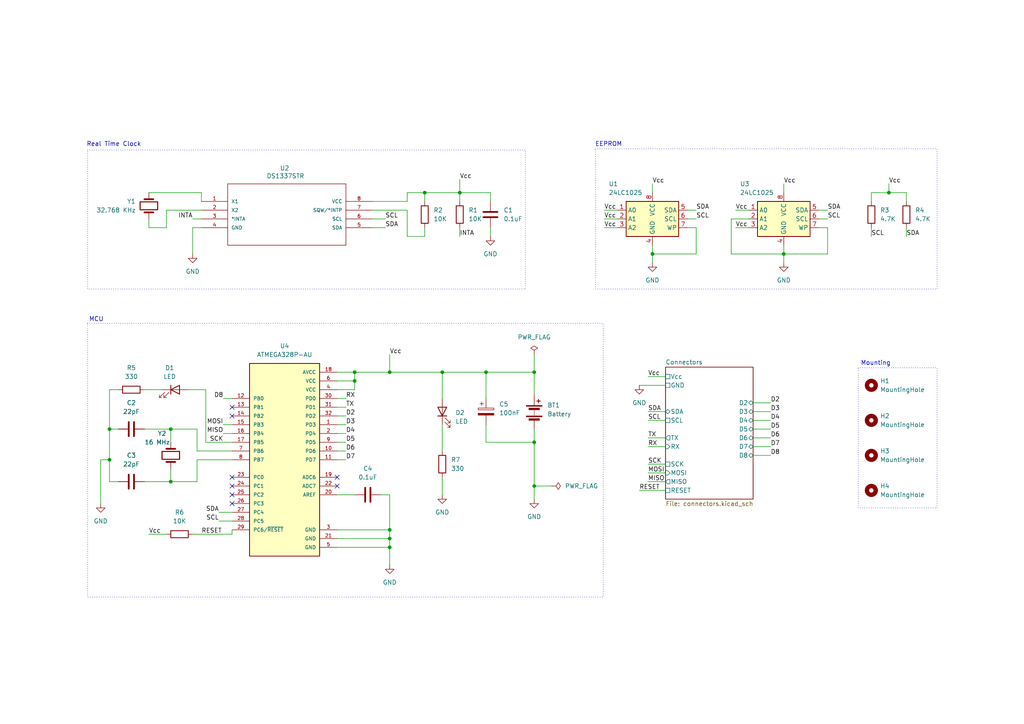
<source format=kicad_sch>
(kicad_sch (version 20250114) (generator "eeschema") (generator_version "9.0")
  (paper "A4")
  (title_block (title "${project_name}") (date "2025-08-28") (rev "1.0") (company "https://www.michellemaia.com"))
  (lib_symbols
    (symbol "ATMEGA328P-AU:ATMEGA328P-AU" (pin_names (offset 1.016))
      (property "Reference" "U4" (at 0 33.02 0))
      (property "Value" "ATMEGA328P-AU" (at 0 30.48 0))
      (symbol "ATMEGA328P-AU_0_0"
        (rectangle (start -10.16 -27.94) (end 10.16 27.94) (stroke (width 0.254)) (fill (type background)))
        (pin bidirectional line (at -15.24 17.78 0) (length 5.08) (name "PB0") (number "12"))
        (pin bidirectional line (at -15.24 15.24 0) (length 5.08) (name "PB1") (number "13"))
        (pin bidirectional line (at -15.24 12.7 0) (length 5.08) (name "PB2") (number "14"))
        (pin bidirectional line (at -15.24 10.16 0) (length 5.08) (name "PB3") (number "15"))
        (pin bidirectional line (at -15.24 7.62 0) (length 5.08) (name "PB4") (number "16"))
        (pin bidirectional line (at -15.24 5.08 0) (length 5.08) (name "PB5") (number "17"))
        (pin bidirectional line (at -15.24 2.54 0) (length 5.08) (name "PB6") (number "7"))
        (pin bidirectional line (at -15.24 0 0) (length 5.08) (name "PB7") (number "8"))
        (pin bidirectional line (at -15.24 -5.08 0) (length 5.08) (name "PC0") (number "23"))
        (pin bidirectional line (at -15.24 -7.62 0) (length 5.08) (name "PC1") (number "24"))
        (pin bidirectional line (at -15.24 -10.16 0) (length 5.08) (name "PC2") (number "25"))
        (pin bidirectional line (at -15.24 -12.7 0) (length 5.08) (name "PC3") (number "26"))
        (pin bidirectional line (at -15.24 -15.24 0) (length 5.08) (name "PC4") (number "27"))
        (pin bidirectional line (at -15.24 -17.78 0) (length 5.08) (name "PC5") (number "28"))
        (pin bidirectional line (at -15.24 -20.32 0) (length 5.08) (name "PC6/~{RESET}") (number "29"))
        (pin power_in line (at 15.24 25.4 180) (length 5.08) (name "AVCC") (number "18"))
        (pin power_in line (at 15.24 22.86 180) (length 5.08) (name "VCC") (number "6"))
        (pin power_in line (at 15.24 20.32 180) (length 5.08) (name "VCC") (number "4"))
        (pin bidirectional line (at 15.24 17.78 180) (length 5.08) (name "PD0") (number "30"))
        (pin bidirectional line (at 15.24 15.24 180) (length 5.08) (name "PD1") (number "31"))
        (pin bidirectional line (at 15.24 12.7 180) (length 5.08) (name "PD2") (number "32"))
        (pin bidirectional line (at 15.24 10.16 180) (length 5.08) (name "PD3") (number "1"))
        (pin bidirectional line (at 15.24 7.62 180) (length 5.08) (name "PD4") (number "2"))
        (pin bidirectional line (at 15.24 5.08 180) (length 5.08) (name "PD5") (number "9"))
        (pin bidirectional line (at 15.24 2.54 180) (length 5.08) (name "PD6") (number "10"))
        (pin bidirectional line (at 15.24 0 180) (length 5.08) (name "PD7") (number "11"))
        (pin bidirectional line (at 15.24 -5.08 180) (length 5.08) (name "ADC6") (number "19"))
        (pin bidirectional line (at 15.24 -7.62 180) (length 5.08) (name "ADC7") (number "22"))
        (pin input line (at 15.24 -10.16 180) (length 5.08) (name "AREF") (number "20"))
        (pin power_in line (at 15.24 -20.32 180) (length 5.08) (name "GND") (number "3"))
        (pin power_in line (at 15.24 -22.86 180) (length 5.08) (name "GND") (number "21"))
        (pin power_in line (at 15.24 -25.4 180) (length 5.08) (name "GND") (number "5"))
      )
    )
    (symbol "DS1337STR:DS1337STR" (pin_names (offset 1.016))
      (property "Reference" "U2" (at 24.13 9.652 0))
      (property "Value" "DS1337STR" (at 24.384 7.366 0))
      (symbol "DS1337STR_0_0"
        (polyline (pts (xy 7.62 5.08) (xy 7.62 -12.7)) (stroke (width 0.1524)))
        (polyline (pts (xy 7.62 -12.7) (xy 41.91 -12.7)) (stroke (width 0.1524)))
        (polyline (pts (xy 41.91 5.08) (xy 7.62 5.08)) (stroke (width 0.1524)))
        (polyline (pts (xy 41.91 -12.7) (xy 41.91 5.08)) (stroke (width 0.1524)))
        (pin passive line (at 0 0 0) (length 7.62) (name "X1") (number "1"))
        (pin passive line (at 0 -2.54 0) (length 7.62) (name "X2") (number "2"))
        (pin passive line (at 0 -5.08 0) (length 7.62) (name "*INTA") (number "3"))
        (pin power_in line (at 0 -7.62 0) (length 7.62) (name "GND") (number "4"))
        (pin power_in line (at 49.53 0 180) (length 7.62) (name "VCC") (number "8"))
        (pin passive line (at 49.53 -2.54 180) (length 7.62) (name "SQW/*INTP") (number "7"))
        (pin passive line (at 49.53 -5.08 180) (length 7.62) (name "SCL") (number "6"))
        (pin passive line (at 49.53 -7.62 180) (length 7.62) (name "SDA") (number "5"))
      )
    )
    (symbol "Device:Battery" (pin_numbers (hide yes)) (pin_names (offset 0) (hide yes))
      (property "Reference" "BT" (at 2.54 2.54 0))
      (property "Value" "Battery" (at 2.54 0 0))
      (symbol "Battery_0_1"
        (rectangle (start -2.286 1.778) (end 2.286 1.524) (fill (type outline)))
        (rectangle (start -2.286 -1.27) (end 2.286 -1.524) (fill (type outline)))
        (rectangle (start -1.524 1.016) (end 1.524 0.508) (fill (type outline)))
        (rectangle (start -1.524 -2.032) (end 1.524 -2.54) (fill (type outline)))
        (polyline (pts (xy 0 1.778) (xy 0 2.54)))
        (polyline (pts (xy 0 0) (xy 0 0.254)))
        (polyline (pts (xy 0 -0.508) (xy 0 -0.254)))
        (polyline (pts (xy 0 -1.016) (xy 0 -0.762)))
        (polyline (pts (xy 0.762 3.048) (xy 1.778 3.048)) (stroke (width 0.254)))
        (polyline (pts (xy 1.27 3.556) (xy 1.27 2.54)) (stroke (width 0.254)))
      )
      (symbol "Battery_1_1"
        (pin passive line (at 0 5.08 270) (length 2.54) (name "+") (number "1"))
        (pin passive line (at 0 -5.08 90) (length 2.54) (name "-") (number "2"))
      )
    )
    (symbol "Device:C" (pin_numbers (hide yes)) (pin_names (offset 0.254))
      (property "Reference" "C" (at 0.635 2.54 0))
      (property "Value" "C" (at 0.635 -2.54 0))
      (symbol "C_0_1"
        (polyline (pts (xy -2.032 0.762) (xy 2.032 0.762)) (stroke (width 0.508)))
        (polyline (pts (xy -2.032 -0.762) (xy 2.032 -0.762)) (stroke (width 0.508)))
      )
      (symbol "C_1_1"
        (pin passive line (at 0 3.81 270) (length 2.794) (name "~") (number "1"))
        (pin passive line (at 0 -3.81 90) (length 2.794) (name "~") (number "2"))
      )
    )
    (symbol "Device:C_Polarized" (pin_numbers (hide yes)) (pin_names (offset 0.254))
      (property "Reference" "C" (at 0.635 2.54 0))
      (property "Value" "C_Polarized" (at 0.635 -2.54 0))
      (symbol "C_Polarized_0_1"
        (rectangle (start -2.286 0.508) (end 2.286 1.016))
        (polyline (pts (xy -1.778 2.286) (xy -0.762 2.286)))
        (polyline (pts (xy -1.27 2.794) (xy -1.27 1.778)))
        (rectangle (start 2.286 -0.508) (end -2.286 -1.016) (fill (type outline)))
      )
      (symbol "C_Polarized_1_1"
        (pin passive line (at 0 3.81 270) (length 2.794) (name "~") (number "1"))
        (pin passive line (at 0 -3.81 90) (length 2.794) (name "~") (number "2"))
      )
    )
    (symbol "Device:Crystal" (pin_numbers (hide yes)) (pin_names (offset 1.016) (hide yes))
      (property "Reference" "Y" (at 0 3.81 0))
      (property "Value" "Crystal" (at 0 -3.81 0))
      (symbol "Crystal_0_1"
        (polyline (pts (xy -2.54 0) (xy -1.905 0)))
        (polyline (pts (xy -1.905 -1.27) (xy -1.905 1.27)) (stroke (width 0.508)))
        (rectangle (start -1.143 2.54) (end 1.143 -2.54) (stroke (width 0.3048)))
        (polyline (pts (xy 1.905 -1.27) (xy 1.905 1.27)) (stroke (width 0.508)))
        (polyline (pts (xy 2.54 0) (xy 1.905 0)))
      )
      (symbol "Crystal_1_1"
        (pin passive line (at -3.81 0 0) (length 1.27) (name "1") (number "1"))
        (pin passive line (at 3.81 0 180) (length 1.27) (name "2") (number "2"))
      )
    )
    (symbol "Device:LED" (pin_numbers (hide yes)) (pin_names (offset 1.016) (hide yes))
      (property "Reference" "D" (at 0 2.54 0))
      (property "Value" "LED" (at 0 -2.54 0))
      (symbol "LED_0_1"
        (polyline (pts (xy -3.048 -0.762) (xy -4.572 -2.286) (xy -3.81 -2.286) (xy -4.572 -2.286) (xy -4.572 -1.524)))
        (polyline (pts (xy -1.778 -0.762) (xy -3.302 -2.286) (xy -2.54 -2.286) (xy -3.302 -2.286) (xy -3.302 -1.524)))
        (polyline (pts (xy -1.27 0) (xy 1.27 0)))
        (polyline (pts (xy -1.27 -1.27) (xy -1.27 1.27)) (stroke (width 0.254)))
        (polyline (pts (xy 1.27 -1.27) (xy 1.27 1.27) (xy -1.27 0) (xy 1.27 -1.27)) (stroke (width 0.254)))
      )
      (symbol "LED_1_1"
        (pin passive line (at -3.81 0 0) (length 2.54) (name "K") (number "1"))
        (pin passive line (at 3.81 0 180) (length 2.54) (name "A") (number "2"))
      )
    )
    (symbol "Device:R" (pin_numbers (hide yes)) (pin_names (offset 0))
      (property "Reference" "R" (at 2.032 0 90))
      (property "Value" "R" (at 0 0 90))
      (symbol "R_0_1"
        (rectangle (start -1.016 -2.54) (end 1.016 2.54) (stroke (width 0.254)))
      )
      (symbol "R_1_1"
        (pin passive line (at 0 3.81 270) (length 1.27) (name "~") (number "1"))
        (pin passive line (at 0 -3.81 90) (length 1.27) (name "~") (number "2"))
      )
    )
    (symbol "Mechanical:MountingHole" (pin_names (offset 1.016)) (in_bom no)
      (property "Reference" "H" (at 0 5.08 0))
      (property "Value" "MountingHole" (at 0 3.175 0))
      (symbol "MountingHole_0_1"
        (circle (center 0 0) (radius 1.27) (stroke (width 1.27)))
      )
    )
    (symbol "Memory_EEPROM:24LC1025"
      (property "Reference" "U" (at -6.35 6.35 0))
      (property "Value" "24LC1025" (at 1.27 6.35 0))
      (symbol "24LC1025_1_1"
        (rectangle (start -7.62 5.08) (end 7.62 -5.08) (stroke (width 0.254)) (fill (type background)))
        (pin input line (at -10.16 2.54 0) (length 2.54) (name "A0") (number "1"))
        (pin input line (at -10.16 0 0) (length 2.54) (name "A1") (number "2"))
        (pin input line (at -10.16 -2.54 0) (length 2.54) (name "A2") (number "3"))
        (pin power_in line (at 0 7.62 270) (length 2.54) (name "VCC") (number "8"))
        (pin power_in line (at 0 -7.62 90) (length 2.54) (name "GND") (number "4"))
        (pin bidirectional line (at 10.16 2.54 180) (length 2.54) (name "SDA") (number "5"))
        (pin input line (at 10.16 0 180) (length 2.54) (name "SCL") (number "6"))
        (pin input line (at 10.16 -2.54 180) (length 2.54) (name "WP") (number "7"))
      )
    )
    (symbol "power:GND" (power) (pin_numbers (hide yes)) (pin_names (offset 0) (hide yes))
      (property "Value" "GND" (at 0 -3.81 0))
      (symbol "GND_0_1"
        (polyline (pts (xy 0 0) (xy 0 -1.27) (xy 1.27 -1.27) (xy 0 -2.54) (xy -1.27 -1.27) (xy 0 -1.27)))
      )
      (symbol "GND_1_1"
        (pin power_in line (at 0 0 270) (length 0) (name "~") (number "1"))
      )
    )
    (symbol "power:PWR_FLAG" (power) (pin_numbers (hide yes)) (pin_names (offset 0) (hide yes))
      (property "Value" "PWR_FLAG" (at 0 3.81 0))
      (symbol "PWR_FLAG_0_0"
        (pin power_out line (at 0 0 90) (length 0) (name "~") (number "1"))
      )
      (symbol "PWR_FLAG_0_1"
        (polyline (pts (xy 0 0) (xy 0 1.27) (xy -1.016 1.905) (xy 0 2.54) (xy 1.016 1.905) (xy 0 1.27)))
      )
    )
  )
  (rectangle (start 248.92 106.68) (end 271.78 147.32) (stroke (width 0) (type dot)))
  (rectangle (start 172.7199 43.18) (end 271.78 83.82) (stroke (width 0) (type dot)))
  (rectangle (start 25.4 93.7895) (end 174.9425 173.1645) (stroke (width 0) (type dot)))
  (rectangle (start 25.4 43.4975) (end 152.4 83.82) (stroke (width 0) (type dot)))
  (text "Real Time Clock" (at 33.02 41.91 0) (effects (font (size 1.27 1.27))))
  (text "Mounting" (at 254 105.41 0) (effects (font (size 1.27 1.27))))
  (text "EEPROM" (at 176.53 41.91 0) (effects (font (size 1.27 1.27))))
  (text "MCU" (at 27.94 92.71 0) (effects (font (size 1.27 1.27))))
  (junction (at 102.87 110.49))
  (junction (at 113.03 156.21))
  (junction (at 113.03 107.95))
  (junction (at 49.53 124.46))
  (junction (at 49.53 139.7))
  (junction (at 113.03 153.67))
  (junction (at 154.94 140.97))
  (junction (at 102.87 107.95))
  (junction (at 133.35 55.88))
  (junction (at 123.19 55.88))
  (junction (at 31.75 124.46))
  (junction (at 227.33 73.66))
  (junction (at 128.27 107.95))
  (junction (at 189.23 73.66))
  (junction (at 140.97 107.95))
  (junction (at 257.81 55.88))
  (junction (at 154.94 107.95))
  (junction (at 154.94 128.27))
  (junction (at 113.03 158.75))
  (junction (at 31.75 133.35))
  (no_connect (at 67.31 138.43))
  (no_connect (at 67.31 120.65))
  (no_connect (at 67.31 146.05))
  (no_connect (at 97.79 140.97))
  (no_connect (at 97.79 138.43))
  (no_connect (at 67.31 140.97))
  (no_connect (at 67.31 118.11))
  (no_connect (at 67.31 143.51))
  (wire (pts (xy 154.94 140.97) (xy 160.02 140.97)))
  (wire (pts (xy 237.49 66.04) (xy 240.03 66.04)))
  (wire (pts (xy 187.96 139.7) (xy 193.04 139.7)))
  (wire (pts (xy 63.5 151.13) (xy 67.31 151.13)))
  (wire (pts (xy 59.69 128.27) (xy 59.69 113.03)))
  (wire (pts (xy 63.5 148.59) (xy 67.31 148.59)))
  (wire (pts (xy 64.77 123.19) (xy 67.31 123.19)))
  (wire (pts (xy 237.49 60.96) (xy 240.03 60.96)))
  (wire (pts (xy 31.75 133.35) (xy 31.75 139.7)))
  (wire (pts (xy 199.39 66.04) (xy 201.93 66.04)))
  (wire (pts (xy 102.87 107.95) (xy 102.87 110.49)))
  (wire (pts (xy 133.35 55.88) (xy 133.35 58.42)))
  (wire (pts (xy 213.36 60.96) (xy 217.17 60.96)))
  (wire (pts (xy 240.03 66.04) (xy 240.03 73.66)))
  (wire (pts (xy 218.44 127) (xy 223.52 127)))
  (wire (pts (xy 49.53 124.46) (xy 49.53 128.27)))
  (wire (pts (xy 240.03 73.66) (xy 227.33 73.66)))
  (wire (pts (xy 199.39 63.5) (xy 201.93 63.5)))
  (wire (pts (xy 187.96 121.92) (xy 193.04 121.92)))
  (wire (pts (xy 187.96 109.22) (xy 193.04 109.22)))
  (wire (pts (xy 97.79 113.03) (xy 102.87 113.03)))
  (wire (pts (xy 187.96 137.16) (xy 193.04 137.16)))
  (wire (pts (xy 218.44 129.54) (xy 223.52 129.54)))
  (wire (pts (xy 212.09 73.66) (xy 227.33 73.66)))
  (wire (pts (xy 97.79 158.75) (xy 113.03 158.75)))
  (wire (pts (xy 201.93 73.66) (xy 189.23 73.66)))
  (wire (pts (xy 185.42 142.24) (xy 193.04 142.24)))
  (wire (pts (xy 175.26 63.5) (xy 179.07 63.5)))
  (wire (pts (xy 43.18 154.94) (xy 48.26 154.94)))
  (wire (pts (xy 217.17 63.5) (xy 212.09 63.5)))
  (wire (pts (xy 34.29 113.03) (xy 31.75 113.03)))
  (wire (pts (xy 154.94 124.46) (xy 154.94 128.27)))
  (wire (pts (xy 252.73 58.42) (xy 252.73 55.88)))
  (wire (pts (xy 257.81 55.88) (xy 257.81 53.34)))
  (wire (pts (xy 31.75 113.03) (xy 31.75 124.46)))
  (wire (pts (xy 97.79 107.95) (xy 102.87 107.95)))
  (wire (pts (xy 128.27 138.43) (xy 128.27 143.51)))
  (wire (pts (xy 113.03 156.21) (xy 113.03 158.75)))
  (wire (pts (xy 107.95 66.04) (xy 111.76 66.04)))
  (wire (pts (xy 29.21 146.05) (xy 29.21 133.35)))
  (wire (pts (xy 212.09 63.5) (xy 212.09 73.66)))
  (wire (pts (xy 57.15 139.7) (xy 49.53 139.7)))
  (wire (pts (xy 34.29 124.46) (xy 31.75 124.46)))
  (wire (pts (xy 58.42 66.04) (xy 55.88 66.04)))
  (wire (pts (xy 97.79 153.67) (xy 113.03 153.67)))
  (wire (pts (xy 189.23 73.66) (xy 189.23 76.2)))
  (wire (pts (xy 118.11 68.58) (xy 123.19 68.58)))
  (wire (pts (xy 123.19 55.88) (xy 133.35 55.88)))
  (wire (pts (xy 97.79 123.19) (xy 100.33 123.19)))
  (wire (pts (xy 199.39 60.96) (xy 201.93 60.96)))
  (wire (pts (xy 59.69 113.03) (xy 54.61 113.03)))
  (wire (pts (xy 102.87 107.95) (xy 113.03 107.95)))
  (wire (pts (xy 64.77 115.57) (xy 67.31 115.57)))
  (wire (pts (xy 49.53 124.46) (xy 57.15 124.46)))
  (wire (pts (xy 123.19 68.58) (xy 123.19 66.04)))
  (wire (pts (xy 58.42 60.96) (xy 48.26 60.96)))
  (wire (pts (xy 193.04 119.38) (xy 187.96 119.38)))
  (wire (pts (xy 218.44 121.92) (xy 223.52 121.92)))
  (wire (pts (xy 107.95 63.5) (xy 111.76 63.5)))
  (wire (pts (xy 189.23 53.34) (xy 189.23 55.88)))
  (wire (pts (xy 154.94 114.3) (xy 154.94 107.95)))
  (wire (pts (xy 97.79 128.27) (xy 100.33 128.27)))
  (wire (pts (xy 67.31 153.67) (xy 67.31 154.94)))
  (wire (pts (xy 227.33 71.12) (xy 227.33 73.66)))
  (wire (pts (xy 107.95 58.42) (xy 118.11 58.42)))
  (wire (pts (xy 154.94 102.87) (xy 154.94 107.95)))
  (wire (pts (xy 262.89 55.88) (xy 257.81 55.88)))
  (wire (pts (xy 57.15 130.81) (xy 67.31 130.81)))
  (wire (pts (xy 57.15 124.46) (xy 57.15 130.81)))
  (wire (pts (xy 31.75 139.7) (xy 34.29 139.7)))
  (wire (pts (xy 175.26 60.96) (xy 179.07 60.96)))
  (wire (pts (xy 140.97 107.95) (xy 154.94 107.95)))
  (wire (pts (xy 97.79 118.11) (xy 100.33 118.11)))
  (wire (pts (xy 140.97 123.19) (xy 140.97 128.27)))
  (wire (pts (xy 128.27 107.95) (xy 140.97 107.95)))
  (wire (pts (xy 189.23 71.12) (xy 189.23 73.66)))
  (wire (pts (xy 97.79 110.49) (xy 102.87 110.49)))
  (wire (pts (xy 97.79 133.35) (xy 100.33 133.35)))
  (wire (pts (xy 97.79 130.81) (xy 100.33 130.81)))
  (wire (pts (xy 55.88 154.94) (xy 67.31 154.94)))
  (wire (pts (xy 118.11 55.88) (xy 123.19 55.88)))
  (wire (pts (xy 97.79 125.73) (xy 100.33 125.73)))
  (wire (pts (xy 262.89 58.42) (xy 262.89 55.88)))
  (wire (pts (xy 67.31 128.27) (xy 59.69 128.27)))
  (wire (pts (xy 97.79 143.51) (xy 102.87 143.51)))
  (wire (pts (xy 218.44 132.08) (xy 223.52 132.08)))
  (wire (pts (xy 218.44 124.46) (xy 223.52 124.46)))
  (wire (pts (xy 110.49 143.51) (xy 113.03 143.51)))
  (wire (pts (xy 123.19 58.42) (xy 123.19 55.88)))
  (wire (pts (xy 41.91 124.46) (xy 49.53 124.46)))
  (wire (pts (xy 58.42 55.88) (xy 58.42 58.42)))
  (wire (pts (xy 67.31 133.35) (xy 57.15 133.35)))
  (wire (pts (xy 29.21 133.35) (xy 31.75 133.35)))
  (wire (pts (xy 252.73 55.88) (xy 257.81 55.88)))
  (wire (pts (xy 133.35 52.07) (xy 133.35 55.88)))
  (wire (pts (xy 185.42 111.76) (xy 193.04 111.76)))
  (wire (pts (xy 64.77 125.73) (xy 67.31 125.73)))
  (wire (pts (xy 252.73 66.04) (xy 252.73 68.58)))
  (wire (pts (xy 193.04 129.54) (xy 187.96 129.54)))
  (wire (pts (xy 227.33 53.34) (xy 227.33 55.88)))
  (wire (pts (xy 97.79 115.57) (xy 100.33 115.57)))
  (wire (pts (xy 49.53 139.7) (xy 41.91 139.7)))
  (wire (pts (xy 113.03 153.67) (xy 113.03 156.21)))
  (wire (pts (xy 49.53 135.89) (xy 49.53 139.7)))
  (wire (pts (xy 113.03 107.95) (xy 128.27 107.95)))
  (wire (pts (xy 118.11 58.42) (xy 118.11 55.88)))
  (wire (pts (xy 113.03 158.75) (xy 113.03 163.83)))
  (wire (pts (xy 154.94 128.27) (xy 154.94 140.97)))
  (wire (pts (xy 55.88 63.5) (xy 58.42 63.5)))
  (wire (pts (xy 175.26 66.04) (xy 179.07 66.04)))
  (wire (pts (xy 142.24 66.04) (xy 142.24 68.58)))
  (wire (pts (xy 140.97 115.57) (xy 140.97 107.95)))
  (wire (pts (xy 140.97 128.27) (xy 154.94 128.27)))
  (wire (pts (xy 43.18 63.5) (xy 43.18 66.04)))
  (wire (pts (xy 201.93 66.04) (xy 201.93 73.66)))
  (wire (pts (xy 227.33 73.66) (xy 227.33 76.2)))
  (wire (pts (xy 97.79 156.21) (xy 113.03 156.21)))
  (wire (pts (xy 187.96 134.62) (xy 193.04 134.62)))
  (wire (pts (xy 48.26 60.96) (xy 48.26 66.04)))
  (wire (pts (xy 213.36 66.04) (xy 217.17 66.04)))
  (wire (pts (xy 48.26 66.04) (xy 43.18 66.04)))
  (wire (pts (xy 57.15 133.35) (xy 57.15 139.7)))
  (wire (pts (xy 154.94 140.97) (xy 154.94 144.78)))
  (wire (pts (xy 128.27 123.19) (xy 128.27 130.81)))
  (wire (pts (xy 133.35 66.04) (xy 133.35 68.58)))
  (wire (pts (xy 218.44 116.84) (xy 223.52 116.84)))
  (wire (pts (xy 187.96 127) (xy 193.04 127)))
  (wire (pts (xy 43.18 55.88) (xy 58.42 55.88)))
  (wire (pts (xy 218.44 119.38) (xy 223.52 119.38)))
  (wire (pts (xy 107.95 60.96) (xy 118.11 60.96)))
  (wire (pts (xy 31.75 124.46) (xy 31.75 133.35)))
  (wire (pts (xy 128.27 115.57) (xy 128.27 107.95)))
  (wire (pts (xy 142.24 58.42) (xy 142.24 55.88)))
  (wire (pts (xy 262.89 66.04) (xy 262.89 68.58)))
  (wire (pts (xy 102.87 110.49) (xy 102.87 113.03)))
  (wire (pts (xy 97.79 120.65) (xy 100.33 120.65)))
  (wire (pts (xy 142.24 55.88) (xy 133.35 55.88)))
  (wire (pts (xy 113.03 102.87) (xy 113.03 107.95)))
  (wire (pts (xy 237.49 63.5) (xy 240.03 63.5)))
  (wire (pts (xy 113.03 143.51) (xy 113.03 153.67)))
  (wire (pts (xy 118.11 60.96) (xy 118.11 68.58)))
  (wire (pts (xy 41.91 113.03) (xy 46.99 113.03)))
  (wire (pts (xy 55.88 66.04) (xy 55.88 73.66)))
  (label "Vcc" (at 175.26 60.96 0))
  (label "SCK" (at 187.96 134.62 0))
  (label "D7" (at 100.33 133.35 0))
  (label "Vcc" (at 189.23 53.34 0))
  (label "SCL" (at 187.96 121.92 0))
  (label "INTA" (at 55.88 63.5 180))
  (label "Vcc" (at 213.36 66.04 0))
  (label "SCL" (at 201.93 63.5 0))
  (label "RESET" (at 185.42 142.24 0))
  (label "D4" (at 100.33 125.73 0))
  (label "SCL" (at 111.76 63.5 0))
  (label "RX" (at 100.33 115.57 0))
  (label "D8" (at 223.52 132.08 0))
  (label "RESET" (at 58.42 154.94 0))
  (label "SDA" (at 63.5 148.59 180))
  (label "D5" (at 100.33 128.27 0))
  (label "Vcc" (at 227.33 53.34 0))
  (label "Vcc" (at 175.26 66.04 0))
  (label "Vcc" (at 257.81 53.34 0))
  (label "Vcc" (at 113.03 102.87 0))
  (label "MISO" (at 64.77 125.73 180))
  (label "D5" (at 223.52 124.46 0))
  (label "D7" (at 223.52 129.54 0))
  (label "SCL" (at 252.73 68.58 0))
  (label "D2" (at 100.33 120.65 0))
  (label "D8" (at 64.77 115.57 180))
  (label "INTA" (at 133.35 68.58 0))
  (label "D2" (at 223.52 116.84 0))
  (label "SDA" (at 240.03 60.96 0))
  (label "SCK" (at 64.77 128.27 180))
  (label "MISO" (at 187.96 139.7 0))
  (label "SDA" (at 262.89 68.58 0))
  (label "MOSI" (at 187.96 137.16 0))
  (label "Vcc" (at 213.36 60.96 0))
  (label "MOSI" (at 64.77 123.19 180))
  (label "D6" (at 100.33 130.81 0))
  (label "TX" (at 100.33 118.11 0))
  (label "D3" (at 100.33 123.19 0))
  (label "TX" (at 187.96 127 0))
  (label "Vcc" (at 187.96 109.22 0))
  (label "D4" (at 223.52 121.92 0))
  (label "SDA" (at 201.93 60.96 0))
  (label "Vcc" (at 133.35 52.07 0))
  (label "SCL" (at 240.03 63.5 0))
  (label "RX" (at 187.96 129.54 0))
  (label "SDA" (at 111.76 66.04 0))
  (label "SCL" (at 63.5 151.13 180))
  (label "D6" (at 223.52 127 0))
  (label "Vcc" (at 43.18 154.94 0))
  (label "Vcc" (at 175.26 63.5 0))
  (label "D3" (at 223.52 119.38 0))
  (label "SDA" (at 187.96 119.38 0))
  (symbol (lib_id "Device:R") (at 252.73 62.23 0) (unit 1)
    (property "Reference" "R3" (at 255.27 60.9599 0) (effects (justify left)))
    (property "Value" "4.7K" (at 255.27 63.4999 0) (effects (justify left)))
    (property "Footprint" "Resistor_SMD:R_0805_2012Metric" (effects (hide yes)))
    (property "Description" "Resistor" (effects (hide yes)))
  )
  (symbol (lib_id "Device:LED") (at 50.8 113.03 0) (unit 1)
    (property "Reference" "D1" (at 49.2125 106.68 0))
    (property "Value" "LED" (at 49.2125 109.22 0))
    (property "Footprint" "LED_SMD:LED_0805_2012Metric" (effects (hide yes)))
    (property "Description" "Light emitting diode" (effects (hide yes)))
    (property "Sim.Pins" "1=K 2=A" (effects (hide yes)))
  )
  (symbol (lib_id "Device:R") (at 133.35 62.23 0) (unit 1)
    (property "Reference" "R1" (at 135.89 60.9599 0) (effects (justify left)))
    (property "Value" "10K" (at 135.89 63.4999 0) (effects (justify left)))
    (property "Footprint" "Resistor_SMD:R_0805_2012Metric" (effects (hide yes)))
    (property "Description" "Resistor" (effects (hide yes)))
  )
  (symbol (lib_id "Device:C") (at 38.1 139.7 90) (unit 1)
    (property "Reference" "C3" (at 38.1 132.08 90))
    (property "Value" "22pF" (at 38.1 134.62 90))
    (property "Footprint" "Capacitor_SMD:C_0805_2012Metric" (effects (hide yes)))
    (property "Description" "Unpolarized capacitor" (effects (hide yes)))
  )
  (symbol (lib_id "Device:R") (at 123.19 62.23 0) (unit 1)
    (property "Reference" "R2" (at 125.73 60.9599 0) (effects (justify left)))
    (property "Value" "10K" (at 125.73 63.4999 0) (effects (justify left)))
    (property "Footprint" "Resistor_SMD:R_0805_2012Metric" (effects (hide yes)))
    (property "Description" "Resistor" (effects (hide yes)))
  )
  (symbol (lib_id "Device:C") (at 142.24 62.23 0) (unit 1)
    (property "Reference" "C1" (at 146.05 60.9599 0) (effects (justify left)))
    (property "Value" "0.1uF" (at 146.05 63.4999 0) (effects (justify left)))
    (property "Footprint" "Capacitor_SMD:C_0805_2012Metric" (effects (hide yes)))
    (property "Description" "Unpolarized capacitor" (effects (hide yes)))
  )
  (symbol (lib_id "Mechanical:MountingHole") (at 252.73 111.76 0) (unit 1)
    (property "Reference" "H1" (at 255.27 110.4899 0) (effects (justify left)))
    (property "Value" "MountingHole" (at 255.27 113.0299 0) (effects (justify left)))
    (property "Footprint" "MountingHole:MountingHole_2.1mm" (effects (hide yes)))
    (property "Description" "Mounting Hole without connection" (effects (hide yes)))
  )
  (symbol (lib_id "Memory_EEPROM:24LC1025") (at 227.33 63.5 0) (unit 1)
    (property "Reference" "U3" (at 214.63 53.34 0) (effects (justify left)))
    (property "Value" "24LC1025" (at 214.63 55.88 0) (effects (justify left)))
    (property "Footprint" "digikey-footprints:SOIC-8_W5.3mm" (effects (hide yes)))
    (property "Datasheet" "http://ww1.microchip.com/downloads/en/DeviceDoc/21941B.pdf" (effects (hide yes)))
    (property "Description" "I2C Serial EEPROM, 1024Kb, DIP-8/SOIC-8/TSSOP-8/DFN-8" (effects (hide yes)))
  )
  (symbol (lib_id "Device:Battery") (at 154.94 119.38 0) (unit 1)
    (property "Reference" "BT1" (at 158.75 117.5384 0) (effects (justify left)))
    (property "Value" "Battery" (at 158.75 120.0784 0) (effects (justify left)))
    (property "Footprint" "Connector_PinHeader_2.54mm:PinHeader_1x02_P2.54mm_Vertical" (effects (hide yes)))
    (property "Description" "Multiple-cell battery" (effects (hide yes)))
  )
  (symbol (lib_id "Device:C") (at 106.68 143.51 90) (unit 1)
    (property "Reference" "C4" (at 106.68 135.89 90))
    (property "Value" "0.1uF" (at 106.68 138.43 90))
    (property "Footprint" "Capacitor_SMD:C_0805_2012Metric" (effects (hide yes)))
    (property "Description" "Unpolarized capacitor" (effects (hide yes)))
  )
  (symbol (lib_id "power:GND") (at 128.27 143.51 0) (unit 1)
    (property "Reference" "#PWR07" (effects (hide yes)))
    (property "Value" "GND" (at 128.27 148.59 0))
    (property "Description" "Power symbol creates a global label with name \"GND\" , ground" (effects (hide yes)))
  )
  (symbol (lib_id "Memory_EEPROM:24LC1025") (at 189.23 63.5 0) (unit 1)
    (property "Reference" "U1" (at 176.53 53.34 0) (effects (justify left)))
    (property "Value" "24LC1025" (at 176.53 55.88 0) (effects (justify left)))
    (property "Footprint" "digikey-footprints:SOIC-8_W5.3mm" (effects (hide yes)))
    (property "Datasheet" "http://ww1.microchip.com/downloads/en/DeviceDoc/21941B.pdf" (effects (hide yes)))
    (property "Description" "I2C Serial EEPROM, 1024Kb, DIP-8/SOIC-8/TSSOP-8/DFN-8" (effects (hide yes)))
  )
  (symbol (lib_id "Device:R") (at 262.89 62.23 0) (unit 1)
    (property "Reference" "R4" (at 265.43 60.9599 0) (effects (justify left)))
    (property "Value" "4.7K" (at 265.43 63.4999 0) (effects (justify left)))
    (property "Footprint" "Resistor_SMD:R_0805_2012Metric" (effects (hide yes)))
    (property "Description" "Resistor" (effects (hide yes)))
  )
  (symbol (lib_id "power:GND") (at 185.42 111.76 0) (unit 1)
    (property "Reference" "#PWR09" (effects (hide yes)))
    (property "Value" "GND" (at 185.42 116.84 0))
    (property "Description" "Power symbol creates a global label with name \"GND\" , ground" (effects (hide yes)))
  )
  (symbol (lib_id "power:GND") (at 55.88 73.66 0) (unit 1)
    (property "Reference" "#PWR01" (effects (hide yes)))
    (property "Value" "GND" (at 55.88 78.74 0))
    (property "Description" "Power symbol creates a global label with name \"GND\" , ground" (effects (hide yes)))
  )
  (symbol (lib_id "Device:C_Polarized") (at 140.97 119.38 0) (unit 1)
    (property "Reference" "C5" (at 144.78 117.2209 0) (effects (justify left)))
    (property "Value" "100nF" (at 144.78 119.7609 0) (effects (justify left)))
    (property "Footprint" "Capacitor_SMD:C_0805_2012Metric" (effects (hide yes)))
    (property "Description" "Polarized capacitor" (effects (hide yes)))
  )
  (symbol (lib_id "Device:Crystal") (at 43.18 59.69 90) (unit 1)
    (property "Reference" "Y1" (at 36.83 58.42 90) (effects (justify right)))
    (property "Value" "32.768 KHz" (at 27.94 60.96 90) (effects (justify right)))
    (property "Footprint" "Crystal:Crystal_SMD_5032-2Pin_5.0x3.2mm_HandSoldering" (effects (hide yes)))
    (property "Description" "Two pin crystal" (effects (hide yes)))
  )
  (symbol (lib_id "Device:R") (at 128.27 134.62 0) (unit 1)
    (property "Reference" "R7" (at 130.81 133.3499 0) (effects (justify left)))
    (property "Value" "330" (at 130.81 135.8899 0) (effects (justify left)))
    (property "Footprint" "Resistor_SMD:R_0805_2012Metric" (effects (hide yes)))
    (property "Description" "Resistor" (effects (hide yes)))
  )
  (symbol (lib_id "power:GND") (at 29.21 146.05 0) (unit 1)
    (property "Reference" "#PWR06" (effects (hide yes)))
    (property "Value" "GND" (at 29.21 151.13 0))
    (property "Description" "Power symbol creates a global label with name \"GND\" , ground" (effects (hide yes)))
  )
  (symbol (lib_id "Mechanical:MountingHole") (at 252.73 142.24 0) (unit 1)
    (property "Reference" "H4" (at 255.27 140.9699 0) (effects (justify left)))
    (property "Value" "MountingHole" (at 255.27 143.5099 0) (effects (justify left)))
    (property "Footprint" "MountingHole:MountingHole_2.1mm" (effects (hide yes)))
    (property "Description" "Mounting Hole without connection" (effects (hide yes)))
  )
  (symbol (lib_id "Mechanical:MountingHole") (at 252.73 132.08 0) (unit 1)
    (property "Reference" "H3" (at 255.27 130.8099 0) (effects (justify left)))
    (property "Value" "MountingHole" (at 255.27 133.3499 0) (effects (justify left)))
    (property "Footprint" "MountingHole:MountingHole_2.1mm" (effects (hide yes)))
    (property "Description" "Mounting Hole without connection" (effects (hide yes)))
  )
  (symbol (lib_id "Device:LED") (at 128.27 119.38 90) (unit 1)
    (property "Reference" "D2" (at 132.08 119.6974 90) (effects (justify right)))
    (property "Value" "LED" (at 132.08 122.2374 90) (effects (justify right)))
    (property "Footprint" "LED_SMD:LED_0805_2012Metric" (effects (hide yes)))
    (property "Description" "Light emitting diode" (effects (hide yes)))
    (property "Sim.Pins" "1=K 2=A" (effects (hide yes)))
  )
  (symbol (lib_id "power:GND") (at 113.03 163.83 0) (unit 1)
    (property "Reference" "#PWR05" (effects (hide yes)))
    (property "Value" "GND" (at 113.03 168.91 0))
    (property "Description" "Power symbol creates a global label with name \"GND\" , ground" (effects (hide yes)))
  )
  (symbol (lib_id "power:GND") (at 154.94 144.78 0) (unit 1)
    (property "Reference" "#PWR08" (effects (hide yes)))
    (property "Value" "GND" (at 154.94 149.86 0))
    (property "Description" "Power symbol creates a global label with name \"GND\" , ground" (effects (hide yes)))
  )
  (symbol (lib_id "Device:R") (at 52.07 154.94 90) (unit 1)
    (property "Reference" "R6" (at 52.07 148.59 90))
    (property "Value" "10K" (at 52.07 151.13 90))
    (property "Footprint" "Resistor_SMD:R_0805_2012Metric" (effects (hide yes)))
    (property "Description" "Resistor" (effects (hide yes)))
  )
  (symbol (lib_id "Mechanical:MountingHole") (at 252.73 121.92 0) (unit 1)
    (property "Reference" "H2" (at 255.27 120.6499 0) (effects (justify left)))
    (property "Value" "MountingHole" (at 255.27 123.1899 0) (effects (justify left)))
    (property "Footprint" "MountingHole:MountingHole_2.1mm" (effects (hide yes)))
    (property "Description" "Mounting Hole without connection" (effects (hide yes)))
  )
  (symbol (lib_id "ATMEGA328P-AU:ATMEGA328P-AU") (at 82.55 133.35 0) (unit 1)
    (property "Reference" "U4" (at 82.55 100.33 0))
    (property "Value" "ATMEGA328P-AU" (at 82.55 102.87 0))
    (property "Footprint" "ATMEGA328P-AU:QFP80P900X900X120-32N" (effects (hide yes)))
    (property "MF" "MICROCHIP TECH." (effects (hide yes)))
    (property "MAXIMUM_PACKAGE_HEIGHT" "1.20mm" (effects (hide yes)))
    (property "Package" "TQFP-32 Microchip" (effects (hide yes)))
    (property "Price" "None" (effects (hide yes)))
    (property "Check_prices" "https://www.snapeda.com/parts/ATMEGA328P-AU/Microchip+Technology/view-part/?ref=eda" (effects (hide yes)))
    (property "STANDARD" "IPC-7351B" (effects (hide yes)))
    (property "PARTREV" "8271A" (effects (hide yes)))
    (property "SnapEDA_Link" "https://www.snapeda.com/parts/ATMEGA328P-AU/Microchip+Technology/view-part/?ref=snap" (effects (hide yes)))
    (property "MP" "ATMEGA328P-AU" (effects (hide yes)))
    (property "Description_1" "MCU 8-bit - AVR ATmega Family ATmega328 Series Microcontrollers - 20 MHz - 32 KB - 2 KB - 32 Pins." (effects (hide yes)))
    (property "Availability" "In Stock" (effects (hide yes)))
    (property "MANUFACTURER" "Microchip" (effects (hide yes)))
  )
  (symbol (lib_id "Device:R") (at 38.1 113.03 90) (unit 1)
    (property "Reference" "R5" (at 38.1 106.68 90))
    (property "Value" "330" (at 38.1 109.22 90))
    (property "Footprint" "Resistor_SMD:R_0805_2012Metric" (effects (hide yes)))
    (property "Description" "Resistor" (effects (hide yes)))
  )
  (symbol (lib_id "power:PWR_FLAG") (at 154.94 102.87 0) (unit 1)
    (property "Reference" "#FLG01" (effects (hide yes)))
    (property "Value" "PWR_FLAG" (at 154.94 97.79 0))
    (property "Description" "Special symbol for telling ERC where power comes from" (effects (hide yes)))
  )
  (symbol (lib_id "power:PWR_FLAG") (at 160.02 140.97 270) (unit 1)
    (property "Reference" "#FLG02" (effects (hide yes)))
    (property "Value" "PWR_FLAG" (at 163.83 140.9699 90) (effects (justify left)))
    (property "Description" "Special symbol for telling ERC where power comes from" (effects (hide yes)))
  )
  (symbol (lib_id "DS1337STR:DS1337STR") (at 58.42 58.42 0) (unit 1)
    (property "Reference" "U2" (at 82.55 48.768 0))
    (property "Value" "DS1337STR" (at 82.804 51.054 0))
    (property "Footprint" "DS1337STR:21-0041B_8" (effects (hide yes)))
    (property "MANUFACTURER_NAME" "Maxim" (effects (hide yes)))
    (property "MF" "Maxim Integrated" (effects (hide yes)))
    (property "VENDOR" "MAXIM" (effects (hide yes)))
    (property "Package" "SOIC-8 Maxim" (effects (hide yes)))
    (property "Price" "None" (effects (hide yes)))
    (property "Check_prices" "https://www.snapeda.com/parts/DS1337S/TR/Maxim+Integrated/view-part/?ref=eda" (effects (hide yes)))
    (property "SnapEDA_Link" "https://www.snapeda.com/parts/DS1337S/TR/Maxim+Integrated/view-part/?ref=snap" (effects (hide yes)))
    (property "MP" "DS1337S/TR" (effects (hide yes)))
    (property "Availability" "In Stock" (effects (hide yes)))
    (property "MANUFACTURER_PART_NUMBER" "DS1337S+T&R" (effects (hide yes)))
  )
  (symbol (lib_id "power:GND") (at 189.23 76.2 0) (unit 1)
    (property "Reference" "#PWR03" (effects (hide yes)))
    (property "Value" "GND" (at 189.23 81.28 0))
    (property "Description" "Power symbol creates a global label with name \"GND\" , ground" (effects (hide yes)))
  )
  (symbol (lib_id "Device:Crystal") (at 49.53 132.08 90) (unit 1)
    (property "Reference" "Y2" (at 45.72 125.73 90) (effects (justify right)))
    (property "Value" "16 MHz" (at 41.91 128.27 90) (effects (justify right)))
    (property "Footprint" "Crystal:Crystal_SMD_5032-2Pin_5.0x3.2mm_HandSoldering" (effects (hide yes)))
    (property "Description" "Two pin crystal" (effects (hide yes)))
  )
  (symbol (lib_id "power:GND") (at 227.33 76.2 0) (unit 1)
    (property "Reference" "#PWR04" (effects (hide yes)))
    (property "Value" "GND" (at 227.33 81.28 0))
    (property "Description" "Power symbol creates a global label with name \"GND\" , ground" (effects (hide yes)))
  )
  (symbol (lib_id "Device:C") (at 38.1 124.46 90) (unit 1)
    (property "Reference" "C2" (at 38.1 116.84 90))
    (property "Value" "22pF" (at 38.1 119.38 90))
    (property "Footprint" "Capacitor_SMD:C_0805_2012Metric" (effects (hide yes)))
    (property "Description" "Unpolarized capacitor" (effects (hide yes)))
  )
  (symbol (lib_id "power:GND") (at 142.24 68.58 0) (unit 1)
    (property "Reference" "#PWR02" (effects (hide yes)))
    (property "Value" "GND" (at 142.24 73.66 0))
    (property "Description" "Power symbol creates a global label with name \"GND\" , ground" (effects (hide yes)))
  )
  (sheet (at 193.04 106.4895) (size 25.4 38.2905) (stroke (width 0.1524))
    (property "Sheetname" "Connectors" (at 193.04 105.7779 0) (effects (justify left bottom)))
    (property "Sheetfile" "connectors.kicad_sch" (at 193.04 145.3646 0) (effects (justify left top)))
    (pin "D2" bidirectional (at 218.44 116.84 0))
    (pin "D3" bidirectional (at 218.44 119.38 0))
    (pin "D4" bidirectional (at 218.44 121.92 0))
    (pin "D5" bidirectional (at 218.44 124.46 0))
    (pin "D6" bidirectional (at 218.44 127 0))
    (pin "D7" bidirectional (at 218.44 129.54 0))
    (pin "D8" bidirectional (at 218.44 132.08 0))
    (pin "GND" passive (at 193.04 111.76 180))
    (pin "MISO" output (at 193.04 139.7 180))
    (pin "MOSI" input (at 193.04 137.16 180))
    (pin "RESET" passive (at 193.04 142.24 180))
    (pin "RX" input (at 193.04 129.54 180))
    (pin "SCK" passive (at 193.04 134.62 180))
    (pin "SDA" bidirectional (at 193.04 119.38 180))
    (pin "TX" output (at 193.04 127 180))
    (pin "Vcc" passive (at 193.04 109.22 180))
    (pin "SCL" passive (at 193.04 121.92 180))
  )
)
</source>
